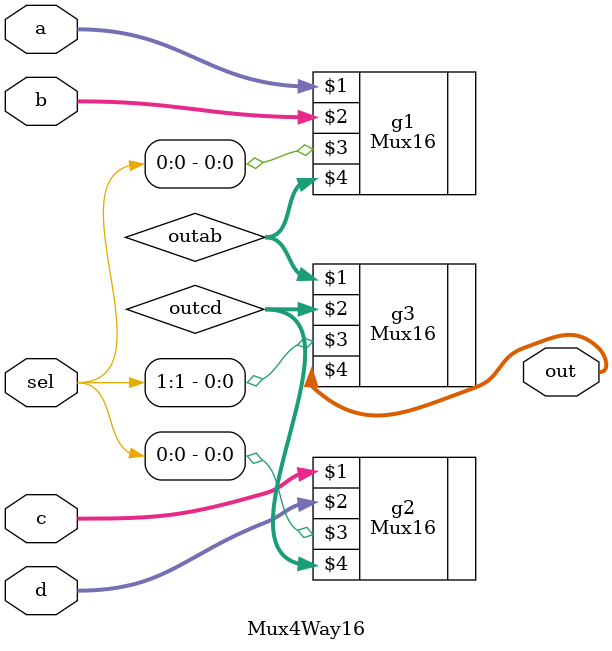
<source format=v>
`ifndef MUX4WAY16_V
`define MUX4WAY16_V
`include "mux16.v"
/**
 * 4-way 16-bit multiplexor:
 * out = a if sel == 00
 *       b if sel == 01
 *       c if sel == 10
 *       d if sel == 11
 */

module Mux4Way16(input[15:0] a,b,c,d, input[1:0] sel, output[15:0] out);
  wire [15:0] outab, outcd;
  Mux16 g1(a, b, sel[0], outab);
  Mux16 g2(c, d, sel[0], outcd);
  Mux16 g3(outab, outcd, sel[1], out);
endmodule
`endif

</source>
